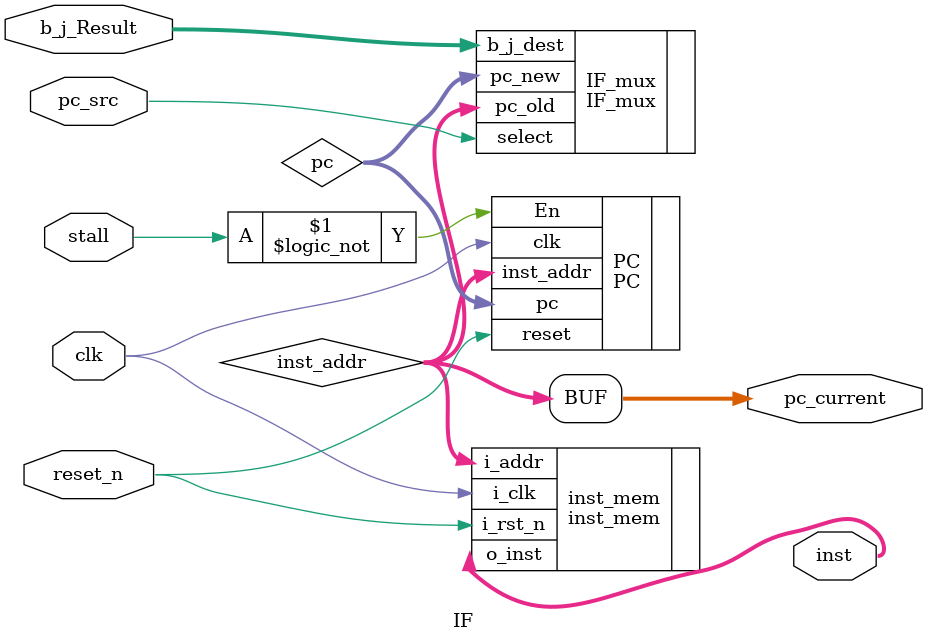
<source format=v>
module IF( 	clk,
				reset_n,
				b_j_Result,
				pc_src,
				inst,
				stall,
				pc_current
				);
				
input wire clk;
input wire reset_n;
input wire stall;
input wire pc_src;
input wire[63:0] b_j_Result;

output wire[31:0] inst;
output wire[63:0] pc_current;

wire [63:0] inst_addr;
wire [63:0] pc;

assign pc_current = (inst_addr);

IF_mux IF_mux(	.pc_old(inst_addr),
					.b_j_dest(b_j_Result),
					.select(pc_src),
					.pc_new(pc)
					);
			
			
PC PC(	.clk(clk),
			.reset(reset_n),
			.En(!stall),
			.pc(pc),
			.inst_addr(inst_addr)
			);
	
inst_mem inst_mem(	.i_addr(inst_addr),
							.i_rst_n(reset_n),
							.i_clk(clk),
							.o_inst(inst)
							);
					
endmodule

</source>
